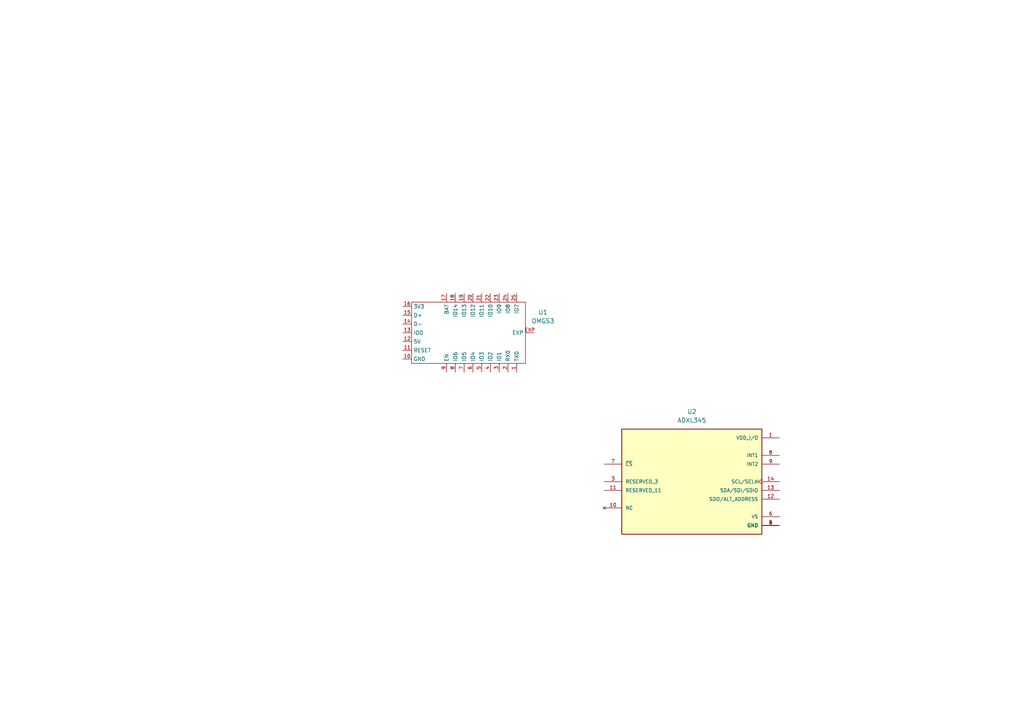
<source format=kicad_sch>
(kicad_sch (version 20231120) (generator "eeschema") (generator_version "8.0")
  (paper "A4")
  (lib_symbols
    (symbol "New_Library:ADXL345" (pin_names (offset 1.016))
      (property "Reference" "U" (at -20.32 15.748 0))
      (property "Value" "ADXL345" (at -20.32 -17.78 0))
      (symbol "ADXL345_0_0"
        (rectangle (start -20.32 -15.24) (end 20.32 15.24) (stroke (width 0.254)) (fill (type background)))
        (pin power_in line (at 25.4 12.7 180) (length 5.08) (name "VDD_I/O") (number "1"))
        (pin no_connect line (at -25.4 -7.62 0) (length 5.08) (name "NC") (number "10"))
        (pin passive line (at -25.4 -2.54 0) (length 5.08) (name "RESERVED_11") (number "11"))
        (pin output line (at 25.4 -5.08 180) (length 5.08) (name "SDO/ALT_ADDRESS") (number "12"))
        (pin bidirectional line (at 25.4 -2.54 180) (length 5.08) (name "SDA/SDI/SDIO") (number "13"))
        (pin bidirectional clock (at 25.4 0 180) (length 5.08) (name "SCL/SCLK") (number "14"))
        (pin power_in line (at 25.4 -12.7 180) (length 5.08) (name "GND") (number "2"))
        (pin passive line (at -25.4 0 0) (length 5.08) (name "RESERVED_3") (number "3"))
        (pin power_in line (at 25.4 -12.7 180) (length 5.08) (name "GND") (number "4"))
        (pin power_in line (at 25.4 -12.7 180) (length 5.08) (name "GND") (number "5"))
        (pin power_in line (at 25.4 -10.16 180) (length 5.08) (name "VS") (number "6"))
        (pin input line (at -25.4 5.08 0) (length 5.08) (name "~{CS}") (number "7"))
        (pin output line (at 25.4 7.62 180) (length 5.08) (name "INT1") (number "8"))
        (pin output line (at 25.4 5.08 180) (length 5.08) (name "INT2") (number "9"))
      )
    )
    (symbol "New_Library:OMGS3"
      (property "Reference" "U1" (at -0.254 0.8891 0))
      (property "Value" "OMGS3" (at -0.254 -1.016 0))
      (symbol "OMGS3_0_1"
        (rectangle (start -15.24 8.89) (end 17.78 -8.89))
      )
      (symbol "OMGS3_1_1"
        (pin input line (at 15.24 -11.43 90) (length 2.54) (name "TX0") (number "1"))
        (pin input line (at -17.78 -7.62 0) (length 2.54) (name "GND") (number "10"))
        (pin input line (at -17.78 -5.08 0) (length 2.54) (name "RESET") (number "11"))
        (pin input line (at -17.78 -2.54 0) (length 2.54) (name "5V") (number "12"))
        (pin input line (at -17.78 0 0) (length 2.54) (name "IO0") (number "13"))
        (pin input line (at -17.78 2.54 0) (length 2.54) (name "D-") (number "14"))
        (pin input line (at -17.78 5.08 0) (length 2.54) (name "D+") (number "15"))
        (pin input line (at -17.78 7.62 0) (length 2.54) (name "3V3") (number "16"))
        (pin input line (at -5.08 11.43 270) (length 2.54) (name "BAT") (number "17"))
        (pin input line (at -2.54 11.43 270) (length 2.54) (name "IO14") (number "18"))
        (pin input line (at 0 11.43 270) (length 2.54) (name "IO13") (number "19"))
        (pin input line (at 12.7 -11.43 90) (length 2.54) (name "RX0") (number "2"))
        (pin input line (at 2.54 11.43 270) (length 2.54) (name "IO12") (number "20"))
        (pin input line (at 5.08 11.43 270) (length 2.54) (name "IO11") (number "21"))
        (pin input line (at 7.62 11.43 270) (length 2.54) (name "IO10") (number "22"))
        (pin input line (at 10.16 11.43 270) (length 2.54) (name "IO9") (number "23"))
        (pin input line (at 12.7 11.43 270) (length 2.54) (name "IO8") (number "24"))
        (pin input line (at 15.24 11.43 270) (length 2.54) (name "IO7") (number "25"))
        (pin input line (at 10.16 -11.43 90) (length 2.54) (name "IO1") (number "3"))
        (pin input line (at 7.62 -11.43 90) (length 2.54) (name "IO2") (number "4"))
        (pin input line (at 5.08 -11.43 90) (length 2.54) (name "IO3") (number "5"))
        (pin input line (at 2.54 -11.43 90) (length 2.54) (name "IO4") (number "6"))
        (pin input line (at 0 -11.43 90) (length 2.54) (name "IO5") (number "7"))
        (pin input line (at -2.54 -11.43 90) (length 2.54) (name "IO6") (number "8"))
        (pin input line (at -5.08 -11.43 90) (length 2.54) (name "EN") (number "9"))
        (pin input line (at 20.32 0 180) (length 2.54) (name "EXP") (number "EXP"))
      )
    )
  )
  (symbol (lib_id "New_Library:ADXL345") (at 200.66 139.7 0) (unit 1)
    (property "Reference" "U2" (at 200.66 119.38 0))
    (property "Value" "ADXL345" (at 200.66 121.92 0))
    (property "Footprint" "ADXL345:PQFN80P500X300X100-14N" (effects (hide yes)))
    (property "MF" "Analog Devices, Inc." (effects (hide yes)))
    (property "SNAPEDA_PACKAGE_ID" "105924" (effects (hide yes)))
    (property "MAXIMUM_PACKAGE_HEIGHT" "1 mm" (effects (hide yes)))
    (property "Price" "None" (effects (hide yes)))
    (property "Package" "LGA -14 Analog Devices" (effects (hide yes)))
    (property "Check_prices" "https://www.snapeda.com/parts/ADXL345/Analog+Devices/view-part/?ref=eda" (effects (hide yes)))
    (property "STANDARD" "IPC 7351B" (effects (hide yes)))
    (property "PARTREV" "B" (effects (hide yes)))
    (property "SnapEDA_Link" "https://www.snapeda.com/parts/ADXL345/Analog+Devices/view-part/?ref=snap" (effects (hide yes)))
    (property "MP" "ADXL345" (effects (hide yes)))
    (property "Description_1" "\n                        \n                            Accelerometer X, Y, Z Axis ±2g, 4g, 8g, 16g 0.05Hz ~ 1.6kHz 14-LGA (3x5)\n                        \n" (effects (hide yes)))
    (property "MANUFACTURER" "Analog Devices" (effects (hide yes)))
    (property "Availability" "Not in stock" (effects (hide yes)))
    (property "SNAPEDA_PN" "ADXL345" (effects (hide yes)))
  )
  (symbol (lib_id "New_Library:OMGS3") (at 134.62 96.52 0) (unit 1)
    (property "Reference" "U1" (at 157.48 90.5728 0))
    (property "Value" "OMGS3" (at 157.48 93.1128 0))
    (property "Footprint" "Library:OMGS3" (effects (hide yes)))
  )
)
</source>
